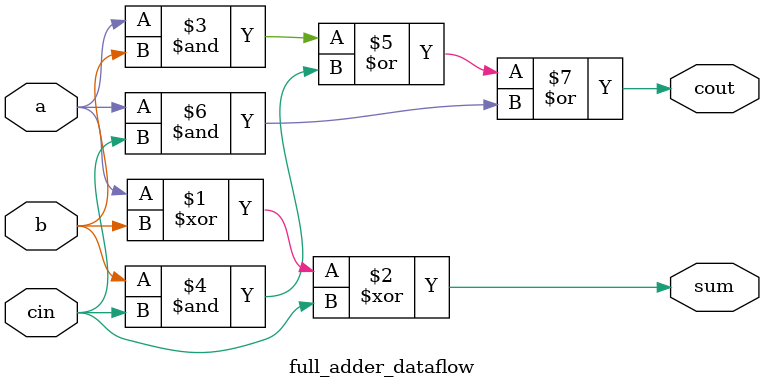
<source format=sv>

module full_adder_dataflow (
    input  logic a,      // First input
    input  logic b,      // Second input
    input  logic cin,    // Carry in
    output logic sum,    // Sum output
    output logic cout    // Carry out
);

  // Dataflow modeling with assign statements
  assign sum  = a ^ b ^ cin;                  // XOR for sum
  assign cout = (a & b) | (b & cin) | (a & cin); // Carry logic

endmodule




</source>
